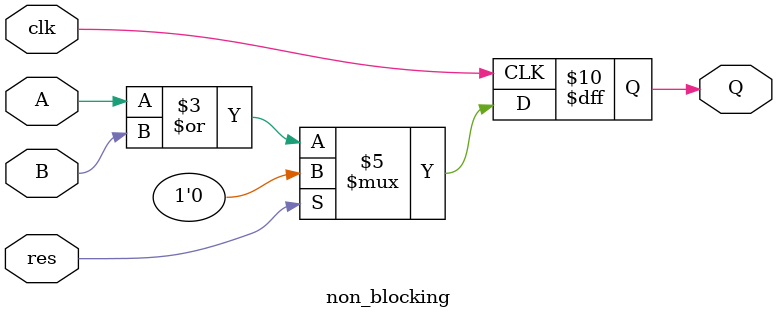
<source format=v>
module non_blocking(A,B,clk,res,Q);

    input A,B,clk,res;
    output reg Q;

    reg Z;
    always @ (posedge clk) begin
      if(res == 1'b1) begin
        Z = 1'b0;
        // Z <= 1'b0;
        Q = 1'b0;
        // Q <= 1'b0;
      end
      else begin
        Z = A | B;
        // Z <= A | B;
        Q = Z;
        // Q <= Z;
      end
    end

    // blocking '='
    // non-blocking '<='

endmodule
</source>
